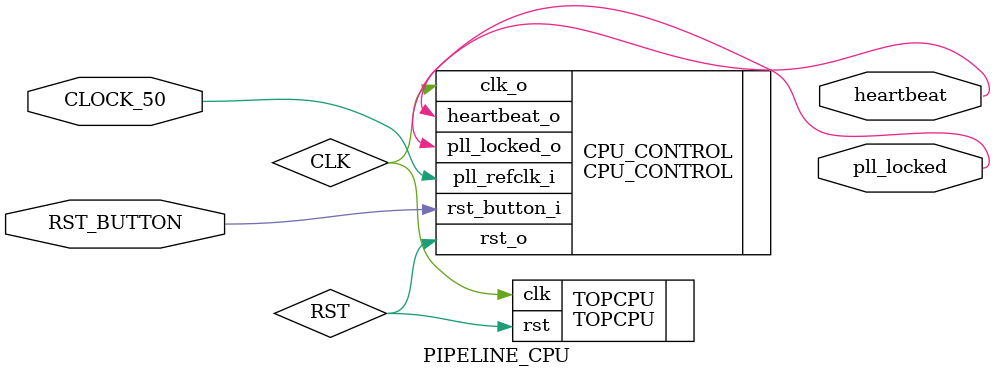
<source format=v>
module PIPELINE_CPU 
(
    input           CLOCK_50        ,
    input           RST_BUTTON      ,

    //output  [11:0]  LED             , 
    output			pll_locked	    ,
	output          heartbeat           
);

    wire            CLK;
    wire            RST;

    TOPCPU TOPCPU
    (   
        //INPUT
        .clk(CLK)                   ,
        .rst(RST)                  
    );

    CPU_CONTROL CPU_CONTROL
    (   
        //INPUT
        .pll_refclk_i(CLOCK_50)     ,
        .rst_button_i(RST_BUTTON)   ,
        
        //OUTPUT
        //.led_o()                    ,
        .clk_o(CLK)                 ,
        .rst_o(RST)                 ,
        .pll_locked_o(pll_locked)   ,
        .heartbeat_o(heartbeat)     
    );

endmodule
</source>
